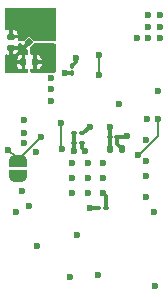
<source format=gbl>
%TF.GenerationSoftware,KiCad,Pcbnew,(6.0.5-0)*%
%TF.CreationDate,2022-06-14T21:43:59-04:00*%
%TF.ProjectId,pico_ducky_pcb,7069636f-5f64-4756-936b-795f7063622e,rev?*%
%TF.SameCoordinates,Original*%
%TF.FileFunction,Copper,L4,Bot*%
%TF.FilePolarity,Positive*%
%FSLAX46Y46*%
G04 Gerber Fmt 4.6, Leading zero omitted, Abs format (unit mm)*
G04 Created by KiCad (PCBNEW (6.0.5-0)) date 2022-06-14 21:43:59*
%MOMM*%
%LPD*%
G01*
G04 APERTURE LIST*
G04 Aperture macros list*
%AMRoundRect*
0 Rectangle with rounded corners*
0 $1 Rounding radius*
0 $2 $3 $4 $5 $6 $7 $8 $9 X,Y pos of 4 corners*
0 Add a 4 corners polygon primitive as box body*
4,1,4,$2,$3,$4,$5,$6,$7,$8,$9,$2,$3,0*
0 Add four circle primitives for the rounded corners*
1,1,$1+$1,$2,$3*
1,1,$1+$1,$4,$5*
1,1,$1+$1,$6,$7*
1,1,$1+$1,$8,$9*
0 Add four rect primitives between the rounded corners*
20,1,$1+$1,$2,$3,$4,$5,0*
20,1,$1+$1,$4,$5,$6,$7,0*
20,1,$1+$1,$6,$7,$8,$9,0*
20,1,$1+$1,$8,$9,$2,$3,0*%
%AMRotRect*
0 Rectangle, with rotation*
0 The origin of the aperture is its center*
0 $1 length*
0 $2 width*
0 $3 Rotation angle, in degrees counterclockwise*
0 Add horizontal line*
21,1,$1,$2,0,0,$3*%
%AMFreePoly0*
4,1,22,0.500000,-0.750000,0.000000,-0.750000,0.000000,-0.745033,-0.079941,-0.743568,-0.215256,-0.701293,-0.333266,-0.622738,-0.424486,-0.514219,-0.481581,-0.384460,-0.499164,-0.250000,-0.500000,-0.250000,-0.500000,0.250000,-0.499164,0.250000,-0.499963,0.256109,-0.478152,0.396186,-0.417904,0.524511,-0.324060,0.630769,-0.204165,0.706417,-0.067858,0.745374,0.000000,0.744959,0.000000,0.750000,
0.500000,0.750000,0.500000,-0.750000,0.500000,-0.750000,$1*%
%AMFreePoly1*
4,1,20,0.000000,0.744959,0.073905,0.744508,0.209726,0.703889,0.328688,0.626782,0.421226,0.519385,0.479903,0.390333,0.500000,0.250000,0.500000,-0.250000,0.499851,-0.262216,0.476331,-0.402017,0.414519,-0.529596,0.319384,-0.634700,0.198574,-0.708877,0.061801,-0.746166,0.000000,-0.745033,0.000000,-0.750000,-0.500000,-0.750000,-0.500000,0.750000,0.000000,0.750000,0.000000,0.744959,
0.000000,0.744959,$1*%
%AMFreePoly2*
4,1,5,0.360000,-0.125000,-0.110000,-0.125000,-0.110000,0.125000,0.110000,0.125000,0.360000,-0.125000,0.360000,-0.125000,$1*%
%AMFreePoly3*
4,1,6,0.290000,0.055000,0.110000,-0.125000,-0.110000,-0.125000,-0.110000,0.125000,0.290000,0.125000,0.290000,0.055000,0.290000,0.055000,$1*%
%AMFreePoly4*
4,1,6,0.110000,-0.125000,-0.110000,-0.125000,-0.290000,0.055000,-0.290000,0.125000,0.110000,0.125000,0.110000,-0.125000,0.110000,-0.125000,$1*%
%AMFreePoly5*
4,1,6,0.110000,-0.125000,-0.290000,-0.125000,-0.290000,-0.055000,-0.110000,0.125000,0.110000,0.125000,0.110000,-0.125000,0.110000,-0.125000,$1*%
G04 Aperture macros list end*
%TA.AperFunction,ComponentPad*%
%ADD10C,0.600000*%
%TD*%
%TA.AperFunction,SMDPad,CuDef*%
%ADD11RoundRect,0.140000X0.170000X-0.140000X0.170000X0.140000X-0.170000X0.140000X-0.170000X-0.140000X0*%
%TD*%
%TA.AperFunction,SMDPad,CuDef*%
%ADD12RoundRect,0.100000X0.130000X0.100000X-0.130000X0.100000X-0.130000X-0.100000X0.130000X-0.100000X0*%
%TD*%
%TA.AperFunction,SMDPad,CuDef*%
%ADD13FreePoly0,90.000000*%
%TD*%
%TA.AperFunction,SMDPad,CuDef*%
%ADD14FreePoly1,90.000000*%
%TD*%
%TA.AperFunction,SMDPad,CuDef*%
%ADD15RoundRect,0.140000X-0.140000X-0.170000X0.140000X-0.170000X0.140000X0.170000X-0.140000X0.170000X0*%
%TD*%
%TA.AperFunction,SMDPad,CuDef*%
%ADD16RoundRect,0.100000X-0.130000X-0.100000X0.130000X-0.100000X0.130000X0.100000X-0.130000X0.100000X0*%
%TD*%
%TA.AperFunction,SMDPad,CuDef*%
%ADD17FreePoly2,90.000000*%
%TD*%
%TA.AperFunction,SMDPad,CuDef*%
%ADD18FreePoly3,90.000000*%
%TD*%
%TA.AperFunction,SMDPad,CuDef*%
%ADD19FreePoly4,90.000000*%
%TD*%
%TA.AperFunction,SMDPad,CuDef*%
%ADD20FreePoly5,90.000000*%
%TD*%
%TA.AperFunction,SMDPad,CuDef*%
%ADD21RotRect,0.480000X0.480000X45.000000*%
%TD*%
%TA.AperFunction,SMDPad,CuDef*%
%ADD22RoundRect,0.100000X0.100000X-0.130000X0.100000X0.130000X-0.100000X0.130000X-0.100000X-0.130000X0*%
%TD*%
%TA.AperFunction,SMDPad,CuDef*%
%ADD23RoundRect,0.140000X0.140000X0.170000X-0.140000X0.170000X-0.140000X-0.170000X0.140000X-0.170000X0*%
%TD*%
%TA.AperFunction,ViaPad*%
%ADD24C,0.600000*%
%TD*%
%TA.AperFunction,Conductor*%
%ADD25C,0.300000*%
%TD*%
%TA.AperFunction,Conductor*%
%ADD26C,0.200000*%
%TD*%
%TA.AperFunction,Conductor*%
%ADD27C,0.150000*%
%TD*%
G04 APERTURE END LIST*
D10*
%TO.P,U3,57,GND*%
%TO.N,GND*%
X85825000Y-56725000D03*
X87100000Y-59275000D03*
X88375000Y-58000000D03*
X87100000Y-58000000D03*
X88375000Y-56725000D03*
X85825000Y-59275000D03*
X88375000Y-59275000D03*
X87100000Y-56725000D03*
X85825000Y-58000000D03*
%TD*%
D11*
%TO.P,C1,1*%
%TO.N,GND*%
X80600000Y-46980000D03*
%TO.P,C1,2*%
%TO.N,+5V*%
X80600000Y-46020000D03*
%TD*%
D12*
%TO.P,C8,1*%
%TO.N,GND*%
X88620000Y-60500000D03*
%TO.P,C8,2*%
%TO.N,+3V3*%
X87980000Y-60500000D03*
%TD*%
D13*
%TO.P,JP1,1,A*%
%TO.N,GND*%
X81250000Y-57820000D03*
D14*
%TO.P,JP1,2,B*%
%TO.N,/QSPI_CS*%
X81250000Y-56520000D03*
%TD*%
D15*
%TO.P,C6,1*%
%TO.N,GND*%
X81670000Y-48170000D03*
%TO.P,C6,2*%
%TO.N,+3V3*%
X82630000Y-48170000D03*
%TD*%
D16*
%TO.P,C15,1*%
%TO.N,GND*%
X85960000Y-54200000D03*
%TO.P,C15,2*%
%TO.N,+3V3*%
X86600000Y-54200000D03*
%TD*%
D17*
%TO.P,U1,1,VOUT*%
%TO.N,+3V3*%
X82475000Y-47040000D03*
D18*
%TO.P,U1,2,GND*%
%TO.N,GND*%
X81825000Y-47040000D03*
D19*
%TO.P,U1,3,EN*%
%TO.N,+5V*%
X81825000Y-45960000D03*
D20*
%TO.P,U1,4,VIN*%
X82475000Y-45960000D03*
D21*
%TO.P,U1,5,EP*%
%TO.N,GND*%
X82150000Y-46500000D03*
%TD*%
D12*
%TO.P,C9,1*%
%TO.N,GND*%
X89620000Y-54500000D03*
%TO.P,C9,2*%
%TO.N,+1V1*%
X88980000Y-54500000D03*
%TD*%
D22*
%TO.P,C10,1*%
%TO.N,GND*%
X85750000Y-49140000D03*
%TO.P,C10,2*%
%TO.N,+3V3*%
X85750000Y-48500000D03*
%TD*%
D23*
%TO.P,C2,1*%
%TO.N,GND*%
X89980000Y-55500000D03*
%TO.P,C2,2*%
%TO.N,+1V1*%
X89020000Y-55500000D03*
%TD*%
D16*
%TO.P,C11,1*%
%TO.N,GND*%
X85960000Y-55050000D03*
%TO.P,C11,2*%
%TO.N,+1V1*%
X86600000Y-55050000D03*
%TD*%
D24*
%TO.N,GND*%
X92050000Y-56570000D03*
X85950000Y-55750000D03*
X92250000Y-45170000D03*
X93250000Y-44170000D03*
X84000000Y-51500000D03*
X82150000Y-60400000D03*
X85150000Y-49130000D03*
X92150000Y-52970000D03*
X82850000Y-63770000D03*
X86200000Y-62800000D03*
X84000000Y-50500000D03*
X92250000Y-44170000D03*
X81700000Y-53100000D03*
X81680000Y-54180000D03*
X92250000Y-46170000D03*
X93250000Y-46170000D03*
X88000000Y-66200000D03*
X90450000Y-54470000D03*
X84000000Y-49500000D03*
X92850000Y-67170000D03*
X80970000Y-47720000D03*
X93250000Y-45170000D03*
X81250000Y-57770000D03*
X92050000Y-57800000D03*
X85600000Y-66400000D03*
X91250000Y-46170000D03*
X80440000Y-48480000D03*
%TO.N,+5V*%
X80750000Y-44170000D03*
X80750000Y-45170000D03*
X81750000Y-45170000D03*
X81750000Y-44170000D03*
%TO.N,+3V3*%
X89800000Y-51700000D03*
X84150000Y-47570000D03*
X92750000Y-60870000D03*
X92050000Y-59600000D03*
X83290000Y-47570000D03*
X93050000Y-50670000D03*
X87300000Y-53650000D03*
X87300000Y-60500000D03*
X81700000Y-55050000D03*
X81540000Y-59080000D03*
X81000000Y-60900000D03*
X82750000Y-55800000D03*
X86080000Y-47870000D03*
X92050000Y-54770000D03*
%TO.N,+1V1*%
X89000000Y-53700000D03*
X86900000Y-55750000D03*
%TO.N,/RGB_DI*%
X93050000Y-52970000D03*
X91346675Y-56005695D03*
%TO.N,/QSPI_CS*%
X80400000Y-55600000D03*
X83160000Y-54560000D03*
%TO.N,/USB_+*%
X88100000Y-47600000D03*
X88089477Y-49310523D03*
%TO.N,/QSPI_SD1*%
X84890723Y-53300980D03*
X84900000Y-55550000D03*
%TD*%
D25*
%TO.N,GND*%
X85960000Y-55050000D02*
X85960000Y-54200000D01*
X85160000Y-49140000D02*
X85150000Y-49130000D01*
X90420000Y-54500000D02*
X90450000Y-54470000D01*
X85960000Y-55050000D02*
X85960000Y-55740000D01*
X89620000Y-55140000D02*
X89980000Y-55500000D01*
X85960000Y-55740000D02*
X85950000Y-55750000D01*
X88375000Y-59275000D02*
X88620000Y-59520000D01*
X89620000Y-54500000D02*
X90420000Y-54500000D01*
X85750000Y-49140000D02*
X85160000Y-49140000D01*
X89620000Y-54500000D02*
X89620000Y-55140000D01*
D26*
X85960000Y-54200000D02*
X85960000Y-55740000D01*
D25*
X88620000Y-59520000D02*
X88620000Y-60500000D01*
%TO.N,+3V3*%
X86600000Y-54200000D02*
X86750000Y-54200000D01*
X86750000Y-54200000D02*
X87300000Y-53650000D01*
X86080000Y-48170000D02*
X85750000Y-48500000D01*
X86080000Y-47870000D02*
X86080000Y-48170000D01*
X87300000Y-60500000D02*
X87980000Y-60500000D01*
%TO.N,+1V1*%
X86600000Y-55050000D02*
X86600000Y-55450000D01*
D26*
X89020000Y-54600000D02*
X89020000Y-55560000D01*
D25*
X88980000Y-55460000D02*
X89020000Y-55500000D01*
X88980000Y-54500000D02*
X88980000Y-55460000D01*
D26*
X89000000Y-54580000D02*
X89020000Y-54600000D01*
D25*
X88980000Y-53720000D02*
X89000000Y-53700000D01*
X88980000Y-54500000D02*
X88980000Y-53720000D01*
D26*
X89000000Y-53700000D02*
X89000000Y-54580000D01*
D25*
X86600000Y-55450000D02*
X86900000Y-55750000D01*
D27*
%TO.N,/RGB_DI*%
X93050000Y-54441061D02*
X91485366Y-56005695D01*
X93050000Y-52970000D02*
X93050000Y-54441061D01*
X91485366Y-56005695D02*
X91346675Y-56005695D01*
%TO.N,/QSPI_CS*%
X81470000Y-56250000D02*
X83160000Y-54560000D01*
X81050000Y-56250000D02*
X80400000Y-55600000D01*
X81050000Y-56250000D02*
X81470000Y-56250000D01*
%TO.N,/USB_+*%
X88089477Y-49310523D02*
X88100000Y-49300000D01*
X88100000Y-49300000D02*
X88100000Y-47600000D01*
%TO.N,/QSPI_SD1*%
X84890723Y-53300980D02*
X84890723Y-55540723D01*
X84890723Y-55540723D02*
X84900000Y-55550000D01*
%TD*%
%TA.AperFunction,Conductor*%
%TO.N,+5V*%
G36*
X84359191Y-43588907D02*
G01*
X84395155Y-43638407D01*
X84400000Y-43669000D01*
X84400000Y-46301000D01*
X84381093Y-46359191D01*
X84331593Y-46395155D01*
X84301000Y-46400000D01*
X82572547Y-46400000D01*
X82514356Y-46381093D01*
X82502544Y-46371004D01*
X82217504Y-46085965D01*
X82214065Y-46082526D01*
X82210016Y-46079820D01*
X82197321Y-46071338D01*
X82197322Y-46071338D01*
X82189213Y-46065920D01*
X82179649Y-46064017D01*
X82179648Y-46064017D01*
X82159566Y-46060022D01*
X82150000Y-46058119D01*
X82140434Y-46060022D01*
X82120352Y-46064017D01*
X82120351Y-46064017D01*
X82110787Y-46065920D01*
X82085935Y-46082525D01*
X81919383Y-46249078D01*
X81797458Y-46371003D01*
X81742941Y-46398781D01*
X81727454Y-46400000D01*
X81291780Y-46400000D01*
X81233589Y-46381093D01*
X81197625Y-46331593D01*
X81198373Y-46268197D01*
X81205087Y-46249078D01*
X81207656Y-46237371D01*
X81209782Y-46214886D01*
X81210000Y-46210250D01*
X81210000Y-46185680D01*
X81205878Y-46172995D01*
X81201757Y-46170000D01*
X80549000Y-46170000D01*
X80490809Y-46151093D01*
X80454845Y-46101593D01*
X80450000Y-46071000D01*
X80450000Y-45854320D01*
X80750000Y-45854320D01*
X80754122Y-45867005D01*
X80758243Y-45870000D01*
X81194319Y-45870000D01*
X81207004Y-45865878D01*
X81209999Y-45861757D01*
X81209999Y-45829753D01*
X81209780Y-45825110D01*
X81207655Y-45802626D01*
X81205090Y-45790930D01*
X81165700Y-45678766D01*
X81158853Y-45665833D01*
X81089041Y-45571316D01*
X81078684Y-45560959D01*
X80984167Y-45491147D01*
X80971234Y-45484300D01*
X80859073Y-45444912D01*
X80847371Y-45442344D01*
X80824886Y-45440218D01*
X80820250Y-45440000D01*
X80765680Y-45440000D01*
X80752995Y-45444122D01*
X80750000Y-45448243D01*
X80750000Y-45854320D01*
X80450000Y-45854320D01*
X80450000Y-45455681D01*
X80445878Y-45442996D01*
X80441757Y-45440001D01*
X80379753Y-45440001D01*
X80375110Y-45440220D01*
X80352626Y-45442345D01*
X80340930Y-45444910D01*
X80232302Y-45483058D01*
X80171134Y-45484499D01*
X80120801Y-45449712D01*
X80100500Y-45389650D01*
X80100500Y-43669000D01*
X80119407Y-43610809D01*
X80168907Y-43574845D01*
X80199500Y-43570000D01*
X84301000Y-43570000D01*
X84359191Y-43588907D01*
G37*
%TD.AperFunction*%
%TD*%
%TA.AperFunction,Conductor*%
%TO.N,GND*%
G36*
X81518445Y-46618907D02*
G01*
X81546205Y-46649874D01*
X81555541Y-46666208D01*
X81565162Y-46678368D01*
X81568960Y-46682635D01*
X81651011Y-46764686D01*
X81662894Y-46770740D01*
X81667924Y-46769944D01*
X81837868Y-46600000D01*
X82050000Y-46600000D01*
X82050000Y-46812134D01*
X81885316Y-46976818D01*
X81879261Y-46988702D01*
X81880057Y-46993732D01*
X81967316Y-47080991D01*
X81971692Y-47084877D01*
X81984246Y-47094762D01*
X81999949Y-47103694D01*
X82041181Y-47148900D01*
X82050000Y-47189746D01*
X82050000Y-47478220D01*
X82031093Y-47536411D01*
X81981593Y-47572375D01*
X81918197Y-47571627D01*
X81899078Y-47564913D01*
X81887371Y-47562344D01*
X81864886Y-47560218D01*
X81860250Y-47560000D01*
X81835680Y-47560000D01*
X81822995Y-47564122D01*
X81820000Y-47568243D01*
X81820000Y-48764319D01*
X81824122Y-48777004D01*
X81828243Y-48779999D01*
X81860247Y-48779999D01*
X81864890Y-48779780D01*
X81887374Y-48777655D01*
X81899074Y-48775089D01*
X81918197Y-48768373D01*
X81979365Y-48766931D01*
X82029699Y-48801718D01*
X82050000Y-48861780D01*
X82050000Y-48971000D01*
X82031093Y-49029191D01*
X81981593Y-49065155D01*
X81951000Y-49070000D01*
X80199500Y-49070000D01*
X80141309Y-49051093D01*
X80105345Y-49001593D01*
X80100500Y-48971000D01*
X80100500Y-48390247D01*
X81090001Y-48390247D01*
X81090220Y-48394890D01*
X81092345Y-48417374D01*
X81094910Y-48429070D01*
X81134300Y-48541234D01*
X81141147Y-48554167D01*
X81210959Y-48648684D01*
X81221316Y-48659041D01*
X81315833Y-48728853D01*
X81328766Y-48735700D01*
X81440927Y-48775088D01*
X81452629Y-48777656D01*
X81475114Y-48779782D01*
X81479750Y-48780000D01*
X81504320Y-48780000D01*
X81517005Y-48775878D01*
X81520000Y-48771757D01*
X81520000Y-48335680D01*
X81515878Y-48322995D01*
X81511757Y-48320000D01*
X81105681Y-48320000D01*
X81092996Y-48324122D01*
X81090001Y-48328243D01*
X81090001Y-48390247D01*
X80100500Y-48390247D01*
X80100500Y-48004320D01*
X81090000Y-48004320D01*
X81094122Y-48017005D01*
X81098243Y-48020000D01*
X81504320Y-48020000D01*
X81517005Y-48015878D01*
X81520000Y-48011757D01*
X81520000Y-47575681D01*
X81515878Y-47562996D01*
X81511757Y-47560001D01*
X81479753Y-47560001D01*
X81475110Y-47560220D01*
X81452626Y-47562345D01*
X81440930Y-47564910D01*
X81328766Y-47604300D01*
X81315833Y-47611147D01*
X81221316Y-47680959D01*
X81210959Y-47691316D01*
X81141147Y-47785833D01*
X81134300Y-47798766D01*
X81094912Y-47910927D01*
X81092344Y-47922629D01*
X81090218Y-47945114D01*
X81090000Y-47949750D01*
X81090000Y-48004320D01*
X80100500Y-48004320D01*
X80100500Y-47610350D01*
X80119407Y-47552159D01*
X80168907Y-47516195D01*
X80232302Y-47516942D01*
X80340927Y-47555088D01*
X80352629Y-47557656D01*
X80375114Y-47559782D01*
X80379750Y-47560000D01*
X80434320Y-47560000D01*
X80447005Y-47555878D01*
X80450000Y-47551757D01*
X80450000Y-47544319D01*
X80750000Y-47544319D01*
X80754122Y-47557004D01*
X80758243Y-47559999D01*
X80820247Y-47559999D01*
X80824890Y-47559780D01*
X80847374Y-47557655D01*
X80859070Y-47555090D01*
X80971234Y-47515700D01*
X80984167Y-47508853D01*
X81078684Y-47439041D01*
X81089041Y-47428684D01*
X81158853Y-47334167D01*
X81165700Y-47321234D01*
X81205088Y-47209073D01*
X81207656Y-47197371D01*
X81209782Y-47174886D01*
X81210000Y-47170250D01*
X81210000Y-47145680D01*
X81205878Y-47132995D01*
X81201757Y-47130000D01*
X80765680Y-47130000D01*
X80752995Y-47134122D01*
X80750000Y-47138243D01*
X80750000Y-47544319D01*
X80450000Y-47544319D01*
X80450000Y-46929000D01*
X80468907Y-46870809D01*
X80518407Y-46834845D01*
X80549000Y-46830000D01*
X81194319Y-46830000D01*
X81207004Y-46825878D01*
X81209999Y-46821757D01*
X81209999Y-46789753D01*
X81209780Y-46785110D01*
X81207655Y-46762626D01*
X81205089Y-46750926D01*
X81198373Y-46731803D01*
X81196931Y-46670635D01*
X81231718Y-46620301D01*
X81291780Y-46600000D01*
X81460254Y-46600000D01*
X81518445Y-46618907D01*
G37*
%TD.AperFunction*%
%TD*%
%TA.AperFunction,Conductor*%
%TO.N,+3V3*%
G36*
X84359191Y-46618907D02*
G01*
X84395155Y-46668407D01*
X84400000Y-46699000D01*
X84400000Y-48971000D01*
X84381093Y-49029191D01*
X84331593Y-49065155D01*
X84301000Y-49070000D01*
X82349000Y-49070000D01*
X82290809Y-49051093D01*
X82254845Y-49001593D01*
X82250000Y-48971000D01*
X82250000Y-48861780D01*
X82268907Y-48803589D01*
X82318407Y-48767625D01*
X82381803Y-48768373D01*
X82400922Y-48775087D01*
X82412629Y-48777656D01*
X82435114Y-48779782D01*
X82439750Y-48780000D01*
X82464320Y-48780000D01*
X82477005Y-48775878D01*
X82480000Y-48771757D01*
X82480000Y-48764319D01*
X82780000Y-48764319D01*
X82784122Y-48777004D01*
X82788243Y-48779999D01*
X82820247Y-48779999D01*
X82824890Y-48779780D01*
X82847374Y-48777655D01*
X82859070Y-48775090D01*
X82971234Y-48735700D01*
X82984167Y-48728853D01*
X83078684Y-48659041D01*
X83089041Y-48648684D01*
X83158853Y-48554167D01*
X83165700Y-48541234D01*
X83205088Y-48429073D01*
X83207656Y-48417371D01*
X83209782Y-48394886D01*
X83210000Y-48390250D01*
X83210000Y-48335680D01*
X83205878Y-48322995D01*
X83201757Y-48320000D01*
X82795680Y-48320000D01*
X82782995Y-48324122D01*
X82780000Y-48328243D01*
X82780000Y-48764319D01*
X82480000Y-48764319D01*
X82480000Y-48004320D01*
X82780000Y-48004320D01*
X82784122Y-48017005D01*
X82788243Y-48020000D01*
X83194319Y-48020000D01*
X83207004Y-48015878D01*
X83209999Y-48011757D01*
X83209999Y-47949753D01*
X83209780Y-47945110D01*
X83207655Y-47922626D01*
X83205090Y-47910930D01*
X83165700Y-47798766D01*
X83158853Y-47785833D01*
X83089041Y-47691316D01*
X83078684Y-47680959D01*
X82984167Y-47611147D01*
X82971234Y-47604300D01*
X82859073Y-47564912D01*
X82847371Y-47562344D01*
X82824886Y-47560218D01*
X82820250Y-47560000D01*
X82795680Y-47560000D01*
X82782995Y-47564122D01*
X82780000Y-47568243D01*
X82780000Y-48004320D01*
X82480000Y-48004320D01*
X82480000Y-47575681D01*
X82475878Y-47562996D01*
X82471757Y-47560001D01*
X82439753Y-47560001D01*
X82435110Y-47560220D01*
X82412626Y-47562345D01*
X82400926Y-47564911D01*
X82381803Y-47571627D01*
X82320635Y-47573069D01*
X82270301Y-47538282D01*
X82250000Y-47478220D01*
X82250000Y-46922547D01*
X82268907Y-46864356D01*
X82278996Y-46852544D01*
X82502542Y-46628997D01*
X82557059Y-46601219D01*
X82572546Y-46600000D01*
X84301000Y-46600000D01*
X84359191Y-46618907D01*
G37*
%TD.AperFunction*%
%TD*%
M02*

</source>
